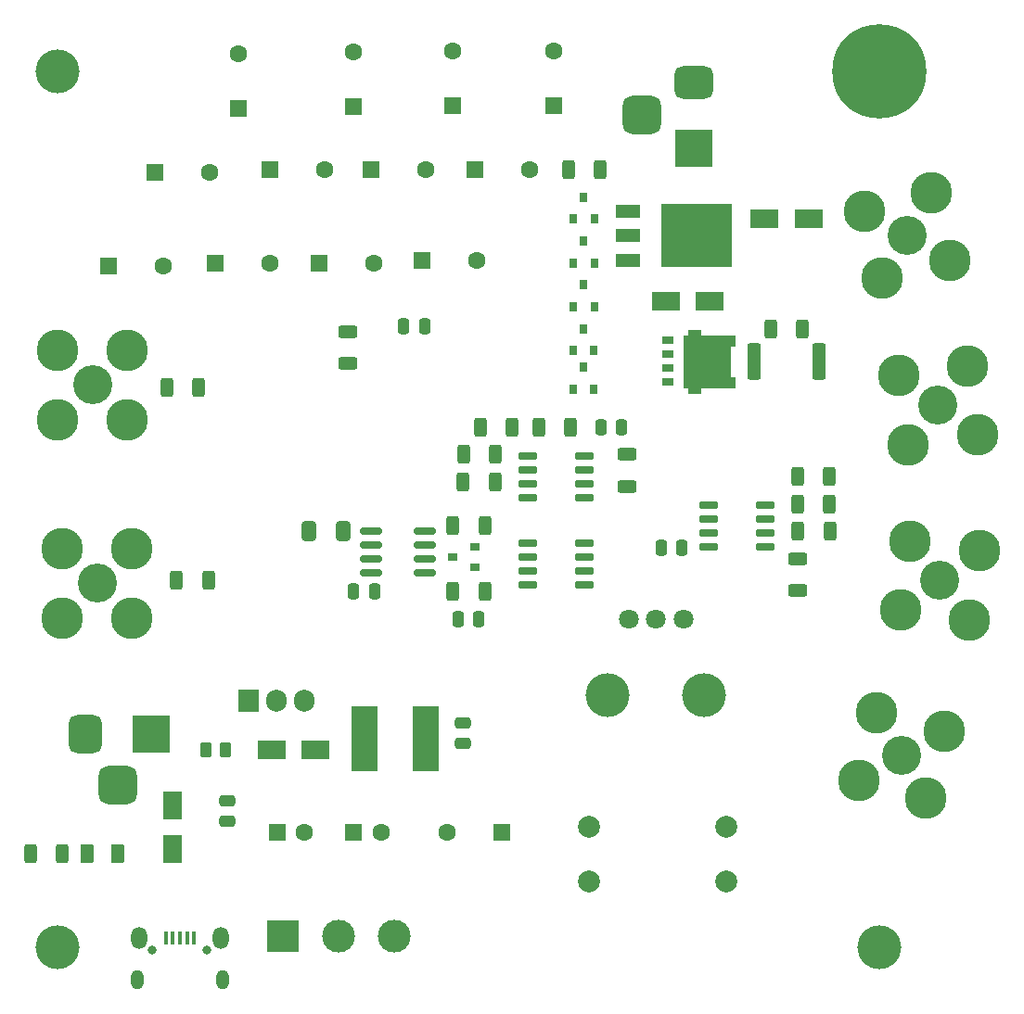
<source format=gbr>
%TF.GenerationSoftware,KiCad,Pcbnew,(6.0.0)*%
%TF.CreationDate,2022-08-23T12:36:08-04:00*%
%TF.ProjectId,Saturation_Tester,53617475-7261-4746-996f-6e5f54657374,rev?*%
%TF.SameCoordinates,Original*%
%TF.FileFunction,Soldermask,Top*%
%TF.FilePolarity,Negative*%
%FSLAX46Y46*%
G04 Gerber Fmt 4.6, Leading zero omitted, Abs format (unit mm)*
G04 Created by KiCad (PCBNEW (6.0.0)) date 2022-08-23 12:36:08*
%MOMM*%
%LPD*%
G01*
G04 APERTURE LIST*
G04 Aperture macros list*
%AMRoundRect*
0 Rectangle with rounded corners*
0 $1 Rounding radius*
0 $2 $3 $4 $5 $6 $7 $8 $9 X,Y pos of 4 corners*
0 Add a 4 corners polygon primitive as box body*
4,1,4,$2,$3,$4,$5,$6,$7,$8,$9,$2,$3,0*
0 Add four circle primitives for the rounded corners*
1,1,$1+$1,$2,$3*
1,1,$1+$1,$4,$5*
1,1,$1+$1,$6,$7*
1,1,$1+$1,$8,$9*
0 Add four rect primitives between the rounded corners*
20,1,$1+$1,$2,$3,$4,$5,0*
20,1,$1+$1,$4,$5,$6,$7,0*
20,1,$1+$1,$6,$7,$8,$9,0*
20,1,$1+$1,$8,$9,$2,$3,0*%
G04 Aperture macros list end*
%ADD10C,0.010000*%
%ADD11C,3.556000*%
%ADD12C,3.810000*%
%ADD13RoundRect,0.249998X0.312502X0.625002X-0.312502X0.625002X-0.312502X-0.625002X0.312502X-0.625002X0*%
%ADD14R,1.600000X1.600000*%
%ADD15C,1.600000*%
%ADD16RoundRect,0.250000X-0.475000X0.250000X-0.475000X-0.250000X0.475000X-0.250000X0.475000X0.250000X0*%
%ADD17R,2.500000X1.800000*%
%ADD18R,1.800000X2.500000*%
%ADD19RoundRect,0.249998X0.262502X0.450002X-0.262502X0.450002X-0.262502X-0.450002X0.262502X-0.450002X0*%
%ADD20R,3.500000X3.500000*%
%ADD21RoundRect,0.750000X-0.750000X-1.000000X0.750000X-1.000000X0.750000X1.000000X-0.750000X1.000000X0*%
%ADD22RoundRect,0.875000X-0.875000X-0.875000X0.875000X-0.875000X0.875000X0.875000X-0.875000X0.875000X0*%
%ADD23O,0.800000X0.800000*%
%ADD24R,0.450000X1.300000*%
%ADD25O,1.450000X2.000000*%
%ADD26O,1.150000X1.800000*%
%ADD27RoundRect,0.250000X-0.375000X-0.625000X0.375000X-0.625000X0.375000X0.625000X-0.375000X0.625000X0*%
%ADD28R,1.905000X2.000000*%
%ADD29O,1.905000X2.000000*%
%ADD30C,8.600000*%
%ADD31C,4.000000*%
%ADD32RoundRect,0.249999X-0.312501X-0.625001X0.312501X-0.625001X0.312501X0.625001X-0.312501X0.625001X0*%
%ADD33R,3.000000X3.000000*%
%ADD34C,3.000000*%
%ADD35RoundRect,0.250000X0.475000X-0.250000X0.475000X0.250000X-0.475000X0.250000X-0.475000X-0.250000X0*%
%ADD36R,2.450000X5.900000*%
%ADD37RoundRect,0.750000X-1.000000X0.750000X-1.000000X-0.750000X1.000000X-0.750000X1.000000X0.750000X0*%
%ADD38RoundRect,0.875000X-0.875000X0.875000X-0.875000X-0.875000X0.875000X-0.875000X0.875000X0.875000X0*%
%ADD39R,1.000000X0.750000*%
%ADD40RoundRect,0.250000X0.312500X0.625000X-0.312500X0.625000X-0.312500X-0.625000X0.312500X-0.625000X0*%
%ADD41RoundRect,0.250000X0.362500X1.425000X-0.362500X1.425000X-0.362500X-1.425000X0.362500X-1.425000X0*%
%ADD42R,2.200000X1.200000*%
%ADD43R,6.400000X5.800000*%
%ADD44R,0.900000X0.800000*%
%ADD45R,0.800000X0.900000*%
%ADD46RoundRect,0.250000X0.625000X-0.312500X0.625000X0.312500X-0.625000X0.312500X-0.625000X-0.312500X0*%
%ADD47RoundRect,0.250000X-0.312500X-0.625000X0.312500X-0.625000X0.312500X0.625000X-0.312500X0.625000X0*%
%ADD48RoundRect,0.250000X-0.250000X-0.475000X0.250000X-0.475000X0.250000X0.475000X-0.250000X0.475000X0*%
%ADD49RoundRect,0.250000X0.250000X0.475000X-0.250000X0.475000X-0.250000X-0.475000X0.250000X-0.475000X0*%
%ADD50RoundRect,0.250000X-0.625000X0.312500X-0.625000X-0.312500X0.625000X-0.312500X0.625000X0.312500X0*%
%ADD51RoundRect,0.150000X-0.725000X-0.150000X0.725000X-0.150000X0.725000X0.150000X-0.725000X0.150000X0*%
%ADD52RoundRect,0.150000X0.825000X0.150000X-0.825000X0.150000X-0.825000X-0.150000X0.825000X-0.150000X0*%
%ADD53C,1.800000*%
%ADD54RoundRect,0.150000X0.725000X0.150000X-0.725000X0.150000X-0.725000X-0.150000X0.725000X-0.150000X0*%
%ADD55C,2.000000*%
%ADD56RoundRect,0.250000X0.412500X0.650000X-0.412500X0.650000X-0.412500X-0.650000X0.412500X-0.650000X0*%
G04 APERTURE END LIST*
D10*
%TO.C,Q1*%
X132070000Y-86380000D02*
X132070000Y-81620000D01*
X132070000Y-81620000D02*
X132495000Y-81620000D01*
X132495000Y-81620000D02*
X132495000Y-81125000D01*
X132495000Y-81125000D02*
X133600000Y-81125000D01*
X133600000Y-81125000D02*
X133600000Y-81620000D01*
X133600000Y-81620000D02*
X136800000Y-81620000D01*
X136800000Y-81620000D02*
X136800000Y-82570000D01*
X136800000Y-82570000D02*
X136325000Y-82570000D01*
X136325000Y-82570000D02*
X136325000Y-85430000D01*
X136325000Y-85430000D02*
X136800000Y-85430000D01*
X136800000Y-85430000D02*
X136800000Y-86380000D01*
X136800000Y-86380000D02*
X133600000Y-86380000D01*
X133600000Y-86380000D02*
X133600000Y-86875000D01*
X133600000Y-86875000D02*
X132495000Y-86875000D01*
X132495000Y-86875000D02*
X132495000Y-86380000D01*
X132495000Y-86380000D02*
X132070000Y-86380000D01*
G36*
X133600000Y-81620000D02*
G01*
X136800000Y-81620000D01*
X136800000Y-82570000D01*
X136325000Y-82570000D01*
X136325000Y-85430000D01*
X136800000Y-85430000D01*
X136800000Y-86380000D01*
X133600000Y-86380000D01*
X133600000Y-86875000D01*
X132495000Y-86875000D01*
X132495000Y-86380000D01*
X132070000Y-86380000D01*
X132070000Y-81620000D01*
X132495000Y-81620000D01*
X132495000Y-81125000D01*
X133600000Y-81125000D01*
X133600000Y-81620000D01*
G37*
X133600000Y-81620000D02*
X136800000Y-81620000D01*
X136800000Y-82570000D01*
X136325000Y-82570000D01*
X136325000Y-85430000D01*
X136800000Y-85430000D01*
X136800000Y-86380000D01*
X133600000Y-86380000D01*
X133600000Y-86875000D01*
X132495000Y-86875000D01*
X132495000Y-86380000D01*
X132070000Y-86380000D01*
X132070000Y-81620000D01*
X132495000Y-81620000D01*
X132495000Y-81125000D01*
X133600000Y-81125000D01*
X133600000Y-81620000D01*
%TD*%
D11*
%TO.C,J2*%
X78175000Y-86125000D03*
D12*
X75000000Y-89300000D03*
X81350000Y-82950000D03*
X75000000Y-82950000D03*
X81350000Y-89300000D03*
%TD*%
D11*
%TO.C,J3*%
X78560362Y-104250000D03*
D12*
X81735362Y-107425000D03*
X75385362Y-107425000D03*
X81735362Y-101075000D03*
X75385362Y-101075000D03*
%TD*%
D13*
%TO.C,R6*%
X87862500Y-86400000D03*
X84937500Y-86400000D03*
%TD*%
D11*
%TO.C,J5*%
X155500000Y-104000000D03*
D12*
X158202227Y-107585976D03*
X151914024Y-106702227D03*
X159085976Y-101297773D03*
X152797773Y-100414024D03*
%TD*%
D11*
%TO.C,J4*%
X155325000Y-88000000D03*
D12*
X158027227Y-84414024D03*
X152622773Y-91585976D03*
X158910976Y-90702227D03*
X151739024Y-85297773D03*
%TD*%
D14*
%TO.C,C4*%
X95000000Y-127000000D03*
D15*
X97500000Y-127000000D03*
%TD*%
D16*
%TO.C,C5*%
X90450000Y-124100000D03*
X90450000Y-126000000D03*
%TD*%
D17*
%TO.C,D1*%
X98500000Y-119500000D03*
X94500000Y-119500000D03*
%TD*%
D18*
%TO.C,D2*%
X85450000Y-124550000D03*
X85450000Y-128550000D03*
%TD*%
D19*
%TO.C,FB1*%
X90325000Y-119500000D03*
X88500000Y-119500000D03*
%TD*%
D20*
%TO.C,J8*%
X83500000Y-118000000D03*
D21*
X77500000Y-118000000D03*
D22*
X80500000Y-122700000D03*
%TD*%
D23*
%TO.C,J9*%
X83625000Y-137750000D03*
X88625000Y-137750000D03*
D24*
X84825000Y-136650000D03*
X85475000Y-136650000D03*
X86125000Y-136650000D03*
X86775000Y-136650000D03*
X87425000Y-136650000D03*
D25*
X82400000Y-136700000D03*
D26*
X82250000Y-140500000D03*
X90000000Y-140500000D03*
D25*
X89850000Y-136700000D03*
%TD*%
D14*
%TO.C,C6*%
X102000000Y-127000000D03*
D15*
X104500000Y-127000000D03*
%TD*%
D27*
%TO.C,D3*%
X77700000Y-129000000D03*
X80500000Y-129000000D03*
%TD*%
D13*
%TO.C,R13*%
X75425000Y-129000000D03*
X72500000Y-129000000D03*
%TD*%
D28*
%TO.C,U5*%
X92420000Y-115000000D03*
D29*
X94960000Y-115000000D03*
X97500000Y-115000000D03*
%TD*%
D14*
%TO.C,C9*%
X115500000Y-127000000D03*
D15*
X110500000Y-127000000D03*
%TD*%
D14*
%TO.C,C19*%
X79597349Y-75250000D03*
D15*
X84597349Y-75250000D03*
%TD*%
D30*
%TO.C,H1*%
X150000000Y-57500000D03*
%TD*%
D31*
%TO.C,H2*%
X75000000Y-137500000D03*
%TD*%
%TO.C,H4*%
X150000000Y-137500000D03*
%TD*%
%TO.C,H3*%
X75000000Y-57500000D03*
%TD*%
D32*
%TO.C,R11*%
X140037500Y-81000000D03*
X142962500Y-81000000D03*
%TD*%
D33*
%TO.C,J11*%
X95500000Y-136500000D03*
D34*
X100580000Y-136500000D03*
X105660000Y-136500000D03*
%TD*%
D35*
%TO.C,C10*%
X112000000Y-118900000D03*
X112000000Y-117000000D03*
%TD*%
D36*
%TO.C,L1*%
X108550000Y-118500000D03*
X103000000Y-118500000D03*
%TD*%
D20*
%TO.C,J6*%
X133000000Y-64500000D03*
D37*
X133000000Y-58500000D03*
D38*
X128300000Y-61500000D03*
%TD*%
D11*
%TO.C,J10*%
X152500000Y-72500000D03*
D12*
X148611435Y-70254936D03*
X150254936Y-76388565D03*
X154745064Y-68611435D03*
X156388565Y-74745064D03*
%TD*%
D39*
%TO.C,Q1*%
X130705000Y-82095000D03*
X130705000Y-83365000D03*
X130705000Y-84635000D03*
X130705000Y-85905000D03*
%TD*%
D40*
%TO.C,R22*%
X88750000Y-104000000D03*
X85825000Y-104000000D03*
%TD*%
D41*
%TO.C,R24*%
X144462500Y-84000000D03*
X138537500Y-84000000D03*
%TD*%
D42*
%TO.C,Q2*%
X127025000Y-70245000D03*
X127025000Y-72525000D03*
X127025000Y-74805000D03*
D43*
X133325000Y-72525000D03*
%TD*%
D44*
%TO.C,Q3*%
X113025000Y-102815000D03*
X113025000Y-100915000D03*
X111025000Y-101865000D03*
%TD*%
D45*
%TO.C,Q4*%
X122000000Y-86500000D03*
X123900000Y-86500000D03*
X122950000Y-84500000D03*
%TD*%
%TO.C,Q5*%
X122000000Y-83000000D03*
X123900000Y-83000000D03*
X122950000Y-81000000D03*
%TD*%
%TO.C,Q6*%
X122050000Y-79000000D03*
X123950000Y-79000000D03*
X123000000Y-77000000D03*
%TD*%
%TO.C,Q7*%
X122050000Y-75000000D03*
X123950000Y-75000000D03*
X123000000Y-73000000D03*
%TD*%
%TO.C,Q8*%
X122050000Y-71000000D03*
X123950000Y-71000000D03*
X123000000Y-69000000D03*
%TD*%
D46*
%TO.C,R5*%
X126962500Y-95425000D03*
X126962500Y-92500000D03*
%TD*%
D47*
%TO.C,R7*%
X118880000Y-90000000D03*
X121805000Y-90000000D03*
%TD*%
%TO.C,R9*%
X112037500Y-92500000D03*
X114962500Y-92500000D03*
%TD*%
%TO.C,R12*%
X112000000Y-95000000D03*
X114925000Y-95000000D03*
%TD*%
D48*
%TO.C,C8*%
X124562500Y-90000000D03*
X126462500Y-90000000D03*
%TD*%
D49*
%TO.C,C11*%
X108450000Y-80750000D03*
X106550000Y-80750000D03*
%TD*%
D50*
%TO.C,R18*%
X142500000Y-102000000D03*
X142500000Y-104925000D03*
%TD*%
D47*
%TO.C,R19*%
X142500000Y-94500000D03*
X145425000Y-94500000D03*
%TD*%
D40*
%TO.C,R21*%
X145425000Y-97000000D03*
X142500000Y-97000000D03*
%TD*%
%TO.C,R20*%
X145462500Y-99500000D03*
X142537500Y-99500000D03*
%TD*%
D51*
%TO.C,U3*%
X117925000Y-100595000D03*
X117925000Y-101865000D03*
X117925000Y-103135000D03*
X117925000Y-104405000D03*
X123075000Y-104405000D03*
X123075000Y-103135000D03*
X123075000Y-101865000D03*
X123075000Y-100595000D03*
%TD*%
D49*
%TO.C,C13*%
X103900000Y-105000000D03*
X102000000Y-105000000D03*
%TD*%
D11*
%TO.C,J7*%
X152000000Y-120000000D03*
D12*
X148111435Y-122245064D03*
X155888565Y-117754936D03*
X154245064Y-123888565D03*
X149754936Y-116111435D03*
%TD*%
D52*
%TO.C,U6*%
X108500000Y-103270000D03*
X108500000Y-102000000D03*
X108500000Y-100730000D03*
X108500000Y-99460000D03*
X103550000Y-99460000D03*
X103550000Y-100730000D03*
X103550000Y-102000000D03*
X103550000Y-103270000D03*
%TD*%
D49*
%TO.C,C7*%
X113400000Y-107500000D03*
X111500000Y-107500000D03*
%TD*%
D17*
%TO.C,D4*%
X130500000Y-78500000D03*
X134500000Y-78500000D03*
%TD*%
%TO.C,D5*%
X139500000Y-71000000D03*
X143500000Y-71000000D03*
%TD*%
D40*
%TO.C,R15*%
X113962500Y-105000000D03*
X111037500Y-105000000D03*
%TD*%
D47*
%TO.C,R16*%
X111037500Y-99000000D03*
X113962500Y-99000000D03*
%TD*%
%TO.C,R17*%
X124500000Y-66500000D03*
X121575000Y-66500000D03*
%TD*%
D31*
%TO.C,RV1*%
X134000000Y-114500000D03*
X125200000Y-114500000D03*
D53*
X127100000Y-107500000D03*
X129600000Y-107500000D03*
X132100000Y-107500000D03*
%TD*%
D51*
%TO.C,U4*%
X117887500Y-92595000D03*
X117887500Y-93865000D03*
X117887500Y-95135000D03*
X117887500Y-96405000D03*
X123037500Y-96405000D03*
X123037500Y-95135000D03*
X123037500Y-93865000D03*
X123037500Y-92595000D03*
%TD*%
D54*
%TO.C,U2*%
X139537500Y-100905000D03*
X139537500Y-99635000D03*
X139537500Y-98365000D03*
X139537500Y-97095000D03*
X134387500Y-97095000D03*
X134387500Y-98365000D03*
X134387500Y-99635000D03*
X134387500Y-100905000D03*
%TD*%
D47*
%TO.C,R8*%
X113537500Y-90000000D03*
X116462500Y-90000000D03*
%TD*%
D49*
%TO.C,C12*%
X131950000Y-101000000D03*
X130050000Y-101000000D03*
%TD*%
D14*
%TO.C,C23*%
X83847349Y-66750000D03*
D15*
X88847349Y-66750000D03*
%TD*%
D14*
%TO.C,C17*%
X102000000Y-60750000D03*
D15*
X102000000Y-55750000D03*
%TD*%
D46*
%TO.C,R23*%
X101500000Y-84175000D03*
X101500000Y-81250000D03*
%TD*%
D14*
%TO.C,C16*%
X120250000Y-60652651D03*
D15*
X120250000Y-55652651D03*
%TD*%
D14*
%TO.C,C24*%
X89347349Y-75000000D03*
D15*
X94347349Y-75000000D03*
%TD*%
D14*
%TO.C,C22*%
X94347349Y-66500000D03*
D15*
X99347349Y-66500000D03*
%TD*%
D14*
%TO.C,C18*%
X111000000Y-60652651D03*
D15*
X111000000Y-55652651D03*
%TD*%
D55*
%TO.C,SW1*%
X136000000Y-126500000D03*
X123500000Y-126500000D03*
X136000000Y-131500000D03*
X123500000Y-131500000D03*
%TD*%
D56*
%TO.C,C15*%
X101062500Y-99500000D03*
X97937500Y-99500000D03*
%TD*%
D14*
%TO.C,C21*%
X103597349Y-66500000D03*
D15*
X108597349Y-66500000D03*
%TD*%
D14*
%TO.C,C2*%
X108250000Y-74750000D03*
D15*
X113250000Y-74750000D03*
%TD*%
D14*
%TO.C,C20*%
X98847349Y-75000000D03*
D15*
X103847349Y-75000000D03*
%TD*%
D14*
%TO.C,C1*%
X113097349Y-66500000D03*
D15*
X118097349Y-66500000D03*
%TD*%
D14*
%TO.C,C14*%
X91500000Y-60902651D03*
D15*
X91500000Y-55902651D03*
%TD*%
M02*

</source>
